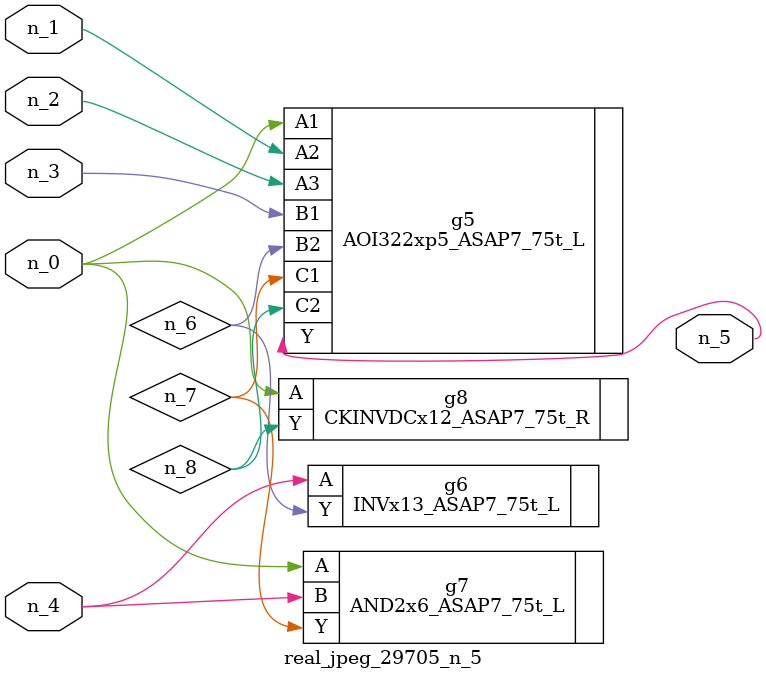
<source format=v>
module real_jpeg_29705_n_5 (n_4, n_0, n_1, n_2, n_3, n_5);

input n_4;
input n_0;
input n_1;
input n_2;
input n_3;

output n_5;

wire n_8;
wire n_6;
wire n_7;

AOI322xp5_ASAP7_75t_L g5 ( 
.A1(n_0),
.A2(n_1),
.A3(n_2),
.B1(n_3),
.B2(n_6),
.C1(n_7),
.C2(n_8),
.Y(n_5)
);

AND2x6_ASAP7_75t_L g7 ( 
.A(n_0),
.B(n_4),
.Y(n_7)
);

CKINVDCx12_ASAP7_75t_R g8 ( 
.A(n_0),
.Y(n_8)
);

INVx13_ASAP7_75t_L g6 ( 
.A(n_4),
.Y(n_6)
);


endmodule
</source>
